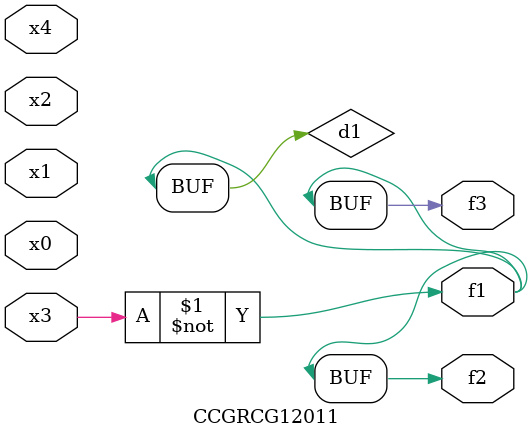
<source format=v>
module CCGRCG12011(
	input x0, x1, x2, x3, x4,
	output f1, f2, f3
);

	wire d1, d2;

	xnor (d1, x3);
	not (d2, x1);
	assign f1 = d1;
	assign f2 = d1;
	assign f3 = d1;
endmodule

</source>
